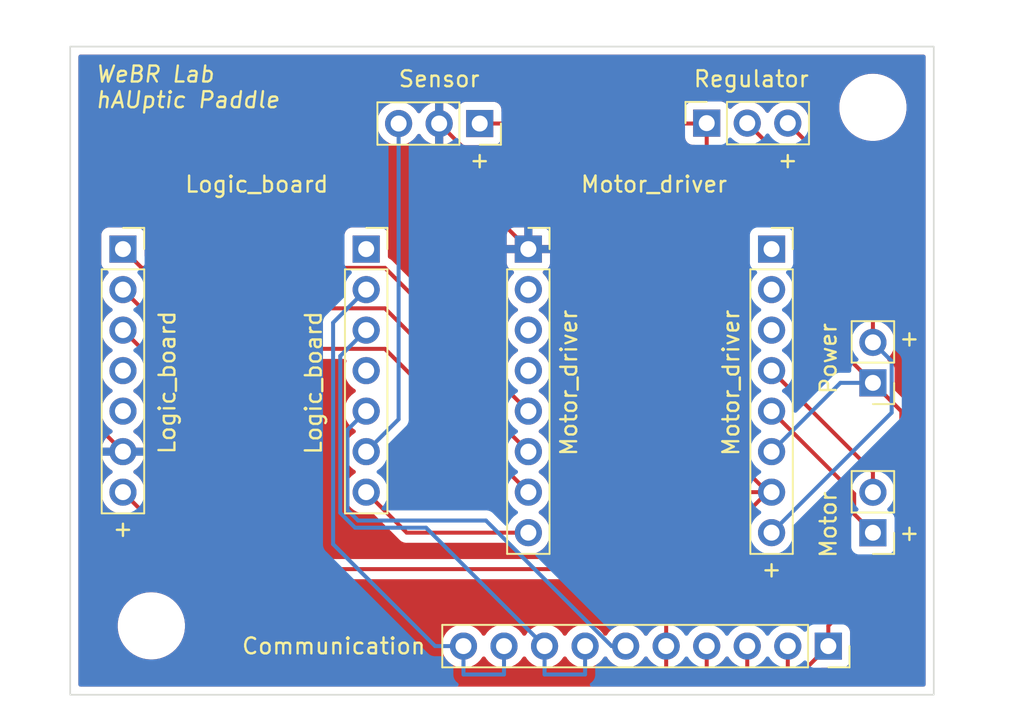
<source format=kicad_pcb>
(kicad_pcb (version 20211014) (generator pcbnew)
  (layers (0 "F.Cu" signal) (31 "B.Cu" signal) (34 "B.Paste" user) (35 "F.Paste" user) (36 "B.SilkS" user "B.Silkscreen") (37 "F.SilkS" user "F.Silkscreen") (38 "B.Mask" user) (39 "F.Mask" user) (44 "Edge.Cuts" user))
  (net 0 "")
  (net 1 "Net-(Communication1-Pad1)")
  (net 2 "Net-(Communication1-Pad4)")
  (net 3 "Net-(Communication1-Pad6)")
  (net 4 "Net-(Communication1-Pad7)")
  (net 5 "Net-(Communication1-Pad10)")
  (net 6 "Net-(Sensor1-Pad2)")
  (net 10 "Net-(Logic_board1-Pad1)")
  (net 11 "Net-(Logic_board1-Pad2)")
  (net 12 "Net-(Logic_board1-Pad3)")
  (net 13 "Net-(Logic_board2-Pad7)")
  (net 17 "Net-(Motor_driver2-Pad4)")
  (net 18 "Net-(Motor_driver2-Pad5)")
  (net 19 "Net-(Main_power1-Pad2)")
  (net 24 "Net-(Sensor1-Pad3)")
  (footprint "Connector_PinSocket_2.54mm:PinSocket_1x08_P2.54mm_Vertical" (layer "F.Cu") (at 167.64 78.74)
    (fp_text reference "Motor_driver" (at -2.54 8.382 90) (layer "F.SilkS"))
    (fp_text value "Conn_01x08_Female")
    (fp_line (start 1.33 -1.33) (end 1.33 0) (layer "F.SilkS") (width 0.12))
    (fp_line (start -1.33 19.11) (end 1.33 19.11) (layer "F.SilkS") (width 0.12))
    (fp_line (start -1.33 1.27) (end -1.33 19.11) (layer "F.SilkS") (width 0.12))
    (fp_line (start 1.33 1.27) (end 1.33 19.11) (layer "F.SilkS") (width 0.12))
    (fp_line (start 0 -1.33) (end 1.33 -1.33) (layer "F.SilkS") (width 0.12))
    (fp_line (start -1.33 1.27) (end 1.33 1.27) (layer "F.SilkS") (width 0.12))
    (pad "1" thru_hole rect (at 0 0) (size 1.7 1.7) (drill 1) (layers *.Cu *.Mask))
    (pad "2" thru_hole oval (at 0 2.54) (size 1.7 1.7) (drill 1) (layers *.Cu *.Mask))
    (pad "3" thru_hole oval (at 0 5.08) (size 1.7 1.7) (drill 1) (layers *.Cu *.Mask))
    (pad "4" thru_hole oval (at 0 7.62) (size 1.7 1.7) (drill 1) (layers *.Cu *.Mask) (net 17 "Net-(Motor_driver2-Pad4)"))
    (pad "5" thru_hole oval (at 0 10.16) (size 1.7 1.7) (drill 1) (layers *.Cu *.Mask) (net 18 "Net-(Motor_driver2-Pad5)"))
    (pad "6" thru_hole oval (at 0 12.7) (size 1.7 1.7) (drill 1) (layers *.Cu *.Mask) (net 1 "Net-(Communication1-Pad1)"))
    (pad "7" thru_hole oval (at 0 15.24) (size 1.7 1.7) (drill 1) (layers *.Cu *.Mask) (net 2 "Net-(Communication1-Pad4)"))
    (pad "8" thru_hole oval (at 0 17.78) (size 1.7 1.7) (drill 1) (layers *.Cu *.Mask) (net 19 "Net-(Main_power1-Pad2)"))
  )
  (footprint "Connector_PinSocket_2.54mm:PinSocket_1x08_P2.54mm_Vertical" (layer "F.Cu") (at 152.4 78.74)
    (fp_text reference "Motor_driver" (at 2.54 8.382 90) (layer "F.SilkS"))
    (fp_text value "Conn_01x08_Female" hide)
    (fp_line (start -1.33 19.11) (end 1.33 19.11) (layer "F.SilkS") (width 0.12))
    (fp_line (start -1.33 1.27) (end 1.33 1.27) (layer "F.SilkS") (width 0.12))
    (fp_line (start 0 -1.33) (end 1.33 -1.33) (layer "F.SilkS") (width 0.12))
    (fp_line (start 1.33 1.27) (end 1.33 19.11) (layer "F.SilkS") (width 0.12))
    (fp_line (start 1.33 -1.33) (end 1.33 0) (layer "F.SilkS") (width 0.12))
    (fp_line (start -1.33 1.27) (end -1.33 19.11) (layer "F.SilkS") (width 0.12))
    (pad "1" thru_hole rect (at 0 0) (size 1.7 1.7) (drill 1) (layers *.Cu *.Mask) (net 6 "Net-(Sensor1-Pad2)"))
    (pad "2" thru_hole oval (at 0 2.54) (size 1.7 1.7) (drill 1) (layers *.Cu *.Mask))
    (pad "3" thru_hole oval (at 0 5.08) (size 1.7 1.7) (drill 1) (layers *.Cu *.Mask))
    (pad "4" thru_hole oval (at 0 7.62) (size 1.7 1.7) (drill 1) (layers *.Cu *.Mask))
    (pad "5" thru_hole oval (at 0 10.16) (size 1.7 1.7) (drill 1) (layers *.Cu *.Mask) (net 10 "Net-(Logic_board1-Pad1)"))
    (pad "6" thru_hole oval (at 0 12.7) (size 1.7 1.7) (drill 1) (layers *.Cu *.Mask) (net 11 "Net-(Logic_board1-Pad2)"))
    (pad "7" thru_hole oval (at 0 15.24) (size 1.7 1.7) (drill 1) (layers *.Cu *.Mask) (net 12 "Net-(Logic_board1-Pad3)"))
    (pad "8" thru_hole oval (at 0 17.78) (size 1.7 1.7) (drill 1) (layers *.Cu *.Mask) (net 13 "Net-(Logic_board2-Pad7)"))
  )
  (footprint "Connector_PinSocket_2.54mm:PinSocket_1x07_P2.54mm_Vertical" (layer "F.Cu") (at 142.24 78.74)
    (fp_text reference "Logic_board" (at -3.302 8.382 90) (layer "F.SilkS"))
    (fp_text value "Conn_01x07_Female" hide)
    (fp_line (start -1.33 1.27) (end 1.33 1.27) (layer "F.SilkS") (width 0.12))
    (fp_line (start -1.33 16.57) (end 1.33 16.57) (layer "F.SilkS") (width 0.12))
    (fp_line (start 0 -1.33) (end 1.33 -1.33) (layer "F.SilkS") (width 0.12))
    (fp_line (start -1.33 1.27) (end -1.33 16.57) (layer "F.SilkS") (width 0.12))
    (fp_line (start 1.33 1.27) (end 1.33 16.57) (layer "F.SilkS") (width 0.12))
    (fp_line (start 1.33 -1.33) (end 1.33 0) (layer "F.SilkS") (width 0.12))
    (pad "1" thru_hole rect (at 0 0) (size 1.7 1.7) (drill 1) (layers *.Cu *.Mask))
    (pad "2" thru_hole oval (at 0 2.54) (size 1.7 1.7) (drill 1) (layers *.Cu *.Mask) (net 5 "Net-(Communication1-Pad10)"))
    (pad "3" thru_hole oval (at 0 5.08) (size 1.7 1.7) (drill 1) (layers *.Cu *.Mask) (net 4 "Net-(Communication1-Pad7)"))
    (pad "4" thru_hole oval (at 0 7.62) (size 1.7 1.7) (drill 1) (layers *.Cu *.Mask))
    (pad "5" thru_hole oval (at 0 10.16) (size 1.7 1.7) (drill 1) (layers *.Cu *.Mask) (net 3 "Net-(Communication1-Pad6)"))
    (pad "6" thru_hole oval (at 0 12.7) (size 1.7 1.7) (drill 1) (layers *.Cu *.Mask) (net 24 "Net-(Sensor1-Pad3)"))
    (pad "7" thru_hole oval (at 0 15.24) (size 1.7 1.7) (drill 1) (layers *.Cu *.Mask) (net 13 "Net-(Logic_board2-Pad7)"))
  )
  (footprint "Connector_PinHeader_2.54mm:PinHeader_1x02_P2.54mm_Vertical" (layer "F.Cu") (at 173.99 87.127 180)
    (fp_text reference "Power" (at 2.794 1.529 90) (layer "F.SilkS"))
    (fp_text value "Conn_01x02_Male" hide)
    (fp_line (start -1.33 1.27) (end -1.33 3.87) (layer "F.SilkS") (width 0.12))
    (fp_line (start -1.33 3.87) (end 1.33 3.87) (layer "F.SilkS") (width 0.12))
    (fp_line (start -1.33 -1.33) (end 0 -1.33) (layer "F.SilkS") (width 0.12))
    (fp_line (start -1.33 1.27) (end 1.33 1.27) (layer "F.SilkS") (width 0.12))
    (fp_line (start 1.33 1.27) (end 1.33 3.87) (layer "F.SilkS") (width 0.12))
    (fp_line (start -1.33 0) (end -1.33 -1.33) (layer "F.SilkS") (width 0.12))
    (pad "1" thru_hole rect (at 0 0 180) (size 1.7 1.7) (drill 1) (layers *.Cu *.Mask) (net 1 "Net-(Communication1-Pad1)"))
    (pad "2" thru_hole oval (at 0 2.54 180) (size 1.7 1.7) (drill 1) (layers *.Cu *.Mask) (net 19 "Net-(Main_power1-Pad2)"))
  )
  (footprint "Connector_PinSocket_2.54mm:PinSocket_1x03_P2.54mm_Vertical" (layer "F.Cu") (at 149.352 70.866 -90)
    (fp_text reference "Sensor" (at -2.794 2.54 180) (layer "F.SilkS"))
    (fp_text value "Conn_01x03_Female" hide)
    (fp_line (start 1.33 1.27) (end 1.33 6.41) (layer "F.SilkS") (width 0.12))
    (fp_line (start -1.33 1.27) (end -1.33 6.41) (layer "F.SilkS") (width 0.12))
    (fp_line (start -1.33 6.41) (end 1.33 6.41) (layer "F.SilkS") (width 0.12))
    (fp_line (start -1.33 1.27) (end 1.33 1.27) (layer "F.SilkS") (width 0.12))
    (fp_line (start 1.33 -1.33) (end 1.33 0) (layer "F.SilkS") (width 0.12))
    (fp_line (start 0 -1.33) (end 1.33 -1.33) (layer "F.SilkS") (width 0.12))
    (pad "1" thru_hole rect (at 0 0 270) (size 1.7 1.7) (drill 1) (layers *.Cu *.Mask) (net 2 "Net-(Communication1-Pad4)"))
    (pad "2" thru_hole oval (at 0 2.54 270) (size 1.7 1.7) (drill 1) (layers *.Cu *.Mask) (net 6 "Net-(Sensor1-Pad2)"))
    (pad "3" thru_hole oval (at 0 5.08 270) (size 1.7 1.7) (drill 1) (layers *.Cu *.Mask) (net 24 "Net-(Sensor1-Pad3)"))
  )
  (footprint "MountingHole:MountingHole_3.2mm_M3" (layer "F.Cu") (at 173.99 69.85)
    (fp_text reference "REF**" hide)
    (fp_text value "MountingHole_3.2mm_M3")
    (pad "" np_thru_hole circle (at 0 0) (size 3.2 3.2) (drill 3.2) (layers *.Cu *.Mask))
  )
  (footprint "Connector_PinSocket_2.54mm:PinSocket_1x10_P2.54mm_Vertical" (layer "F.Cu") (at 171.196 103.632 -90)
    (fp_text reference "Communication" (at 0 30.988 180) (layer "F.SilkS"))
    (fp_text value "Conn_01x10_Female" hide)
    (fp_line (start 0 -1.33) (end 1.33 -1.33) (layer "F.SilkS") (width 0.12))
    (fp_line (start 1.33 -1.33) (end 1.33 0) (layer "F.SilkS") (width 0.12))
    (fp_line (start 1.33 1.27) (end 1.33 24.19) (layer "F.SilkS") (width 0.12))
    (fp_line (start -1.33 24.19) (end 1.33 24.19) (layer "F.SilkS") (width 0.12))
    (fp_line (start -1.33 1.27) (end 1.33 1.27) (layer "F.SilkS") (width 0.12))
    (fp_line (start -1.33 1.27) (end -1.33 24.19) (layer "F.SilkS") (width 0.12))
    (pad "1" thru_hole rect (at 0 0 270) (size 1.7 1.7) (drill 1) (layers *.Cu *.Mask) (net 1 "Net-(Communication1-Pad1)"))
    (pad "2" thru_hole oval (at 0 2.54 270) (size 1.7 1.7) (drill 1) (layers *.Cu *.Mask) (net 1 "Net-(Communication1-Pad1)"))
    (pad "3" thru_hole oval (at 0 5.08 270) (size 1.7 1.7) (drill 1) (layers *.Cu *.Mask) (net 1 "Net-(Communication1-Pad1)"))
    (pad "4" thru_hole oval (at 0 7.62 270) (size 1.7 1.7) (drill 1) (layers *.Cu *.Mask) (net 2 "Net-(Communication1-Pad4)"))
    (pad "5" thru_hole oval (at 0 10.16 270) (size 1.7 1.7) (drill 1) (layers *.Cu *.Mask) (net 2 "Net-(Communication1-Pad4)"))
    (pad "6" thru_hole oval (at 0 12.7 270) (size 1.7 1.7) (drill 1) (layers *.Cu *.Mask) (net 3 "Net-(Communication1-Pad6)"))
    (pad "7" thru_hole oval (at 0 15.24 270) (size 1.7 1.7) (drill 1) (layers *.Cu *.Mask) (net 4 "Net-(Communication1-Pad7)"))
    (pad "8" thru_hole oval (at 0 17.78 270) (size 1.7 1.7) (drill 1) (layers *.Cu *.Mask) (net 4 "Net-(Communication1-Pad7)"))
    (pad "9" thru_hole oval (at 0 20.32 270) (size 1.7 1.7) (drill 1) (layers *.Cu *.Mask) (net 5 "Net-(Communication1-Pad10)"))
    (pad "10" thru_hole oval (at 0 22.86 270) (size 1.7 1.7) (drill 1) (layers *.Cu *.Mask) (net 5 "Net-(Communication1-Pad10)"))
  )
  (footprint "MountingHole:MountingHole_3.2mm_M3" (layer "F.Cu") (at 128.778 102.362)
    (fp_text reference "REF**" hide)
    (fp_text value "MountingHole_3.2mm_M3")
    (pad "" np_thru_hole circle (at 0 0) (size 3.2 3.2) (drill 3.2) (layers *.Cu *.Mask))
  )
  (footprint "Connector_PinHeader_2.54mm:PinHeader_1x02_P2.54mm_Vertical" (layer "F.Cu") (at 173.99 96.525 180)
    (fp_text reference "Motor" (at 2.794 0.513 90) (layer "F.SilkS"))
    (fp_text value "Conn_01x02_Male" hide)
    (fp_line (start -1.33 3.87) (end 1.33 3.87) (layer "F.SilkS") (width 0.12))
    (fp_line (start -1.33 1.27) (end 1.33 1.27) (layer "F.SilkS") (width 0.12))
    (fp_line (start -1.33 0) (end -1.33 -1.33) (layer "F.SilkS") (width 0.12))
    (fp_line (start 1.33 1.27) (end 1.33 3.87) (layer "F.SilkS") (width 0.12))
    (fp_line (start -1.33 1.27) (end -1.33 3.87) (layer "F.SilkS") (width 0.12))
    (fp_line (start -1.33 -1.33) (end 0 -1.33) (layer "F.SilkS") (width 0.12))
    (pad "1" thru_hole rect (at 0 0 180) (size 1.7 1.7) (drill 1) (layers *.Cu *.Mask) (net 18 "Net-(Motor_driver2-Pad5)"))
    (pad "2" thru_hole oval (at 0 2.54 180) (size 1.7 1.7) (drill 1) (layers *.Cu *.Mask) (net 17 "Net-(Motor_driver2-Pad4)"))
  )
  (footprint "Connector_PinSocket_2.54mm:PinSocket_1x07_P2.54mm_Vertical" (layer "F.Cu") (at 127 78.74)
    (fp_text reference "Logic_board" (at 2.769 8.362 90) (layer "F.SilkS"))
    (fp_text value "Conn_01x07_Female" hide)
    (fp_line (start -1.33 1.27) (end 1.33 1.27) (layer "F.SilkS") (width 0.12))
    (fp_line (start 0 -1.33) (end 1.33 -1.33) (layer "F.SilkS") (width 0.12))
    (fp_line (start 1.33 -1.33) (end 1.33 0) (layer "F.SilkS") (width 0.12))
    (fp_line (start -1.33 16.57) (end 1.33 16.57) (layer "F.SilkS") (width 0.12))
    (fp_line (start -1.33 1.27) (end -1.33 16.57) (layer "F.SilkS") (width 0.12))
    (fp_line (start 1.33 1.27) (end 1.33 16.57) (layer "F.SilkS") (width 0.12))
    (pad "1" thru_hole rect (at 0 0) (size 1.7 1.7) (drill 1) (layers *.Cu *.Mask) (net 10 "Net-(Logic_board1-Pad1)"))
    (pad "2" thru_hole oval (at 0 2.54) (size 1.7 1.7) (drill 1) (layers *.Cu *.Mask) (net 11 "Net-(Logic_board1-Pad2)"))
    (pad "3" thru_hole oval (at 0 5.08) (size 1.7 1.7) (drill 1) (layers *.Cu *.Mask) (net 12 "Net-(Logic_board1-Pad3)"))
    (pad "4" thru_hole oval (at 0 7.62) (size 1.7 1.7) (drill 1) (layers *.Cu *.Mask))
    (pad "5" thru_hole oval (at 0 10.16) (size 1.7 1.7) (drill 1) (layers *.Cu *.Mask))
    (pad "6" thru_hole oval (at 0 12.7) (size 1.7 1.7) (drill 1) (layers *.Cu *.Mask) (net 6 "Net-(Sensor1-Pad2)"))
    (pad "7" thru_hole oval (at 0 15.24) (size 1.7 1.7) (drill 1) (layers *.Cu *.Mask) (net 2 "Net-(Communication1-Pad4)"))
  )
  (footprint "Connector_PinSocket_2.54mm:PinSocket_1x03_P2.54mm_Vertical" (layer "F.Cu") (at 163.576 70.841 90)
    (fp_text reference "Regulator" (at 2.769 2.794 180) (layer "F.SilkS"))
    (fp_text value "Conn_01x03_Female")
    (fp_line (start 1.33 1.27) (end 1.33 6.41) (layer "F.SilkS") (width 0.12))
    (fp_line (start -1.33 1.27) (end -1.33 6.41) (layer "F.SilkS") (width 0.12))
    (fp_line (start -1.33 6.41) (end 1.33 6.41) (layer "F.SilkS") (width 0.12))
    (fp_line (start -1.33 1.27) (end 1.33 1.27) (layer "F.SilkS") (width 0.12))
    (fp_line (start 0 -1.33) (end 1.33 -1.33) (layer "F.SilkS") (width 0.12))
    (fp_line (start 1.33 -1.33) (end 1.33 0) (layer "F.SilkS") (width 0.12))
    (pad "1" thru_hole rect (at 0 0 90) (size 1.7 1.7) (drill 1) (layers *.Cu *.Mask) (net 2 "Net-(Communication1-Pad4)"))
    (pad "2" thru_hole oval (at 0 2.54 90) (size 1.7 1.7) (drill 1) (layers *.Cu *.Mask) (net 1 "Net-(Communication1-Pad1)"))
    (pad "3" thru_hole oval (at 0 5.08 90) (size 1.7 1.7) (drill 1) (layers *.Cu *.Mask) (net 19 "Net-(Main_power1-Pad2)"))
  )
  (gr_rect (start 123.698 66.04) (end 177.8 106.68) (layer "Edge.Cuts") (width 0.1) (fill none))
  (gr_text "WeBR Lab\nhAUptic Paddle" (at 125.222 68.58) (layer "F.SilkS") (effects (font (size 1 1) (thickness 0.15) italic) (justify left)))
  (gr_text "+" (at 176.276 96.52) (layer "F.SilkS") (effects (font (size 1 1))))
  (gr_text "Logic_board" (at 135.382 74.676) (layer "F.SilkS") (effects (font (size 1 1))))
  (gr_text "+" (at 176.276 84.328) (layer "F.SilkS") (effects (font (size 1 1))))
  (gr_text "+" (at 168.656 73.152) (layer "F.SilkS") (effects (font (size 1 1))))
  (gr_text "+" (at 127 96.266) (layer "F.SilkS") (effects (font (size 1 1))))
  (gr_text "+" (at 167.64 98.806) (layer "F.SilkS") (effects (font (size 1 1))))
  (gr_text "Motor_driver" (at 160.274 74.676) (layer "F.SilkS") (effects (font (size 1 1))))
  (gr_text "+" (at 149.352 73.152) (layer "F.SilkS") (effects (font (size 1 1))))
  (segment (start 171.196 102.362) (end 171.196 103.632) (width 0.25) (layer "F.Cu") (net 1))
  (segment (start 169.317511 74.042511) (end 169.317511 82.454511) (width 0.25) (layer "F.Cu") (net 1))
  (segment (start 169.317511 82.454511) (end 173.99 87.127) (width 0.25) (layer "F.Cu") (net 1))
  (segment (start 171.196 103.632) (end 169.672 105.156) (width 0.25) (layer "F.Cu") (net 1))
  (segment (start 166.116 103.632) (end 166.116 105.156) (width 0.25) (layer "F.Cu") (net 1))
  (segment (start 173.99 87.127) (end 175.768 88.905) (width 0.25) (layer "F.Cu") (net 1))
  (segment (start 166.116 105.156) (end 168.656 105.156) (width 0.25) (layer "F.Cu") (net 1))
  (segment (start 168.656 105.156) (end 168.656 103.632) (width 0.25) (layer "F.Cu") (net 1))
  (segment (start 175.768 97.79) (end 171.196 102.362) (width 0.25) (layer "F.Cu") (net 1))
  (segment (start 175.768 88.905) (end 175.768 97.79) (width 0.25) (layer "F.Cu") (net 1))
  (segment (start 166.116 70.841) (end 169.317511 74.042511) (width 0.25) (layer "F.Cu") (net 1))
  (segment (start 169.672 105.156) (end 168.656 105.156) (width 0.25) (layer "F.Cu") (net 1))
  (segment (start 171.953 87.127) (end 167.64 91.44) (width 0.25) (layer "B.Cu") (net 1))
  (segment (start 173.99 87.127) (end 171.953 87.127) (width 0.25) (layer "B.Cu") (net 1))
  (segment (start 163.576 70.841) (end 163.576 90.17) (width 0.25) (layer "F.Cu") (net 2))
  (segment (start 163.551 70.866) (end 163.576 70.841) (width 0.25) (layer "F.Cu") (net 2))
  (segment (start 161.036 103.632) (end 161.036 105.156) (width 0.25) (layer "F.Cu") (net 2))
  (segment (start 161.036 103.632) (end 161.036 100.33) (width 0.25) (layer "F.Cu") (net 2))
  (segment (start 154.686 98.806) (end 131.826 98.806) (width 0.25) (layer "F.Cu") (net 2))
  (segment (start 161.036 105.156) (end 163.576 105.156) (width 0.25) (layer "F.Cu") (net 2))
  (segment (start 163.576 90.17) (end 167.386 93.98) (width 0.25) (layer "F.Cu") (net 2))
  (segment (start 161.036 100.33) (end 167.386 93.98) (width 0.25) (layer "F.Cu") (net 2))
  (segment (start 154.686 93.98) (end 154.686 98.806) (width 0.25) (layer "F.Cu") (net 2))
  (segment (start 163.576 105.156) (end 163.576 103.632) (width 0.25) (layer "F.Cu") (net 2))
  (segment (start 149.352 70.866) (end 163.551 70.866) (width 0.25) (layer "F.Cu") (net 2))
  (segment (start 167.64 93.98) (end 167.132 93.98) (width 0.25) (layer "F.Cu") (net 2))
  (segment (start 154.686 93.98) (end 167.386 93.98) (width 0.25) (layer "F.Cu") (net 2))
  (segment (start 131.826 98.806) (end 127 93.98) (width 0.25) (layer "F.Cu") (net 2))
  (segment (start 149.74301 95.758) (end 157.61701 103.632) (width 0.25) (layer "B.Cu") (net 3))
  (segment (start 141.732 95.758) (end 149.74301 95.758) (width 0.25) (layer "B.Cu") (net 3))
  (segment (start 157.61701 103.632) (end 158.496 103.632) (width 0.25) (layer "B.Cu") (net 3))
  (segment (start 141.065489 95.091489) (end 141.732 95.758) (width 0.25) (layer "B.Cu") (net 3))
  (segment (start 141.065489 90.074511) (end 141.065489 95.091489) (width 0.25) (layer "B.Cu") (net 3))
  (segment (start 142.24 88.9) (end 141.065489 90.074511) (width 0.25) (layer "B.Cu") (net 3))
  (segment (start 145.991511 96.207511) (end 153.416 103.632) (width 0.25) (layer "B.Cu") (net 4))
  (segment (start 140.615978 95.277682) (end 141.545806 96.20751) (width 0.25) (layer "B.Cu") (net 4))
  (segment (start 153.416 103.632) (end 153.416 105.41) (width 0.25) (layer "B.Cu") (net 4))
  (segment (start 141.545806 96.20751) (end 145.991511 96.207511) (width 0.25) (layer "B.Cu") (net 4))
  (segment (start 155.956 105.41) (end 155.956 103.632) (width 0.25) (layer "B.Cu") (net 4))
  (segment (start 140.615978 85.444022) (end 140.615978 95.277682) (width 0.25) (layer "B.Cu") (net 4))
  (segment (start 153.416 105.41) (end 155.956 105.41) (width 0.25) (layer "B.Cu") (net 4))
  (segment (start 142.24 83.82) (end 140.615978 85.444022) (width 0.25) (layer "B.Cu") (net 4))
  (segment (start 140.166468 97.240468) (end 146.558 103.632) (width 0.25) (layer "B.Cu") (net 5))
  (segment (start 140.166468 83.353532) (end 140.166468 97.240468) (width 0.25) (layer "B.Cu") (net 5))
  (segment (start 148.336 103.632) (end 148.336 105.41) (width 0.25) (layer "B.Cu") (net 5))
  (segment (start 146.558 103.632) (end 148.336 103.632) (width 0.25) (layer "B.Cu") (net 5))
  (segment (start 148.336 105.41) (end 150.876 105.41) (width 0.25) (layer "B.Cu") (net 5))
  (segment (start 142.24 81.28) (end 140.166468 83.353532) (width 0.25) (layer "B.Cu") (net 5))
  (segment (start 150.876 105.41) (end 150.876 103.632) (width 0.25) (layer "B.Cu") (net 5))
  (segment (start 152.4 78.74) (end 152.4 76.454) (width 0.25) (layer "F.Cu") (net 6))
  (segment (start 125.222 89.662) (end 125.222 75.946) (width 0.25) (layer "F.Cu") (net 6))
  (segment (start 149.606 75.946) (end 152.4 78.74) (width 0.25) (layer "F.Cu") (net 6))
  (segment (start 127 91.44) (end 125.222 89.662) (width 0.25) (layer "F.Cu") (net 6))
  (segment (start 152.4 76.454) (end 146.812 70.866) (width 0.25) (layer "F.Cu") (net 6))
  (segment (start 125.222 75.946) (end 149.606 75.946) (width 0.25) (layer "F.Cu") (net 6))
  (segment (start 128.174511 79.914511) (end 143.414511 79.914511) (width 0.25) (layer "F.Cu") (net 10))
  (segment (start 143.414511 79.914511) (end 152.4 88.9) (width 0.25) (layer "F.Cu") (net 10))
  (segment (start 127 78.74) (end 128.174511 79.914511) (width 0.25) (layer "F.Cu") (net 10))
  (segment (start 152.4 91.44) (end 143.414511 82.454511) (width 0.25) (layer "F.Cu") (net 11))
  (segment (start 143.414511 82.454511) (end 128.174511 82.454511) (width 0.25) (layer "F.Cu") (net 11))
  (segment (start 128.174511 82.454511) (end 127 81.28) (width 0.25) (layer "F.Cu") (net 11))
  (segment (start 152.4 93.98) (end 143.414511 84.994511) (width 0.25) (layer "F.Cu") (net 12))
  (segment (start 143.414511 84.994511) (end 128.174511 84.994511) (width 0.25) (layer "F.Cu") (net 12))
  (segment (start 128.174511 84.994511) (end 127 83.82) (width 0.25) (layer "F.Cu") (net 12))
  (segment (start 152.4 96.52) (end 144.78 96.52) (width 0.25) (layer "F.Cu") (net 13))
  (segment (start 144.78 96.52) (end 142.24 93.98) (width 0.25) (layer "F.Cu") (net 13))
  (segment (start 173.99 93.985) (end 173.99 92.71) (width 0.25) (layer "F.Cu") (net 17))
  (segment (start 173.99 92.71) (end 167.64 86.36) (width 0.25) (layer "F.Cu") (net 17))
  (segment (start 172.815489 95.350489) (end 172.815489 94.075489) (width 0.25) (layer "F.Cu") (net 18))
  (segment (start 173.99 96.525) (end 172.815489 95.350489) (width 0.25) (layer "F.Cu") (net 18))
  (segment (start 172.815489 94.075489) (end 167.64 88.9) (width 0.25) (layer "F.Cu") (net 18))
  (segment (start 173.99 76.175) (end 168.656 70.841) (width 0.25) (layer "F.Cu") (net 19))
  (segment (start 173.99 84.587) (end 173.99 76.175) (width 0.25) (layer "F.Cu") (net 19))
  (segment (start 175.164511 88.995489) (end 167.64 96.52) (width 0.25) (layer "B.Cu") (net 19))
  (segment (start 173.99 84.587) (end 175.164511 85.761511) (width 0.25) (layer "B.Cu") (net 19))
  (segment (start 175.164511 85.761511) (end 175.164511 88.995489) (width 0.25) (layer "B.Cu") (net 19))
  (segment (start 144.272 70.866) (end 144.272 89.408) (width 0.25) (layer "B.Cu") (net 24))
  (segment (start 144.272 89.408) (end 142.24 91.44) (width 0.25) (layer "B.Cu") (net 24))
  (zone (net 6) (net_name "Net-(Sensor1-Pad2)") (layer "F.Cu") (connect_pads (clearance 0.508)) (min_thickness 0.254) (fill yes (thermal_gap 0.508) (thermal_bridge_width 0.508) (smoothing fillet))
    (polygon (pts (xy 177.8 106.68) (xy 123.698 106.68) (xy 123.698 66.04) (xy 177.8 66.04)))
  )
  (zone (net 6) (net_name "Net-(Sensor1-Pad2)") (layer "B.Cu") (connect_pads (clearance 0.508)) (min_thickness 0.254) (fill yes (thermal_gap 0.508) (thermal_bridge_width 0.508) (smoothing fillet))
    (polygon (pts (xy 177.8 106.68) (xy 123.698 106.68) (xy 123.698 66.04) (xy 177.8 66.04)))
  )
)
</source>
